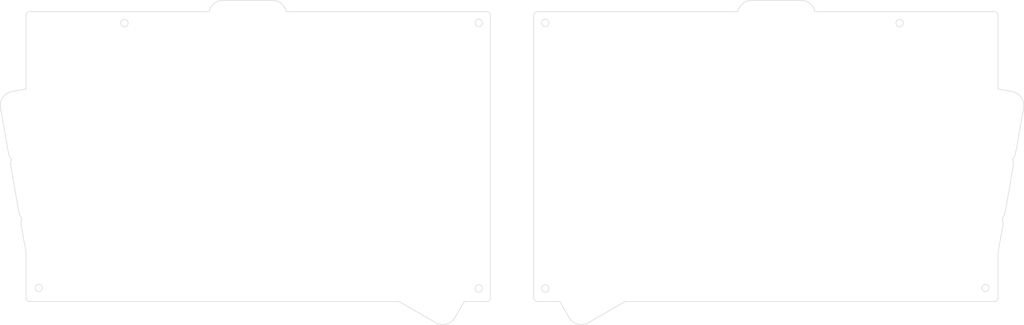
<source format=kicad_pcb>

            
(kicad_pcb (version 20171130) (host pcbnew 5.1.6)

  (page A3)
  (title_block
    (title bottom_plate)
    (rev 0.1)
    (company stronglytyped)
  )

  (general
    (thickness 1.6)
  )

  (layers
    (0 F.Cu signal)
    (31 B.Cu signal)
    (32 B.Adhes user)
    (33 F.Adhes user)
    (34 B.Paste user)
    (35 F.Paste user)
    (36 B.SilkS user)
    (37 F.SilkS user)
    (38 B.Mask user)
    (39 F.Mask user)
    (40 Dwgs.User user)
    (41 Cmts.User user)
    (42 Eco1.User user)
    (43 Eco2.User user)
    (44 Edge.Cuts user)
    (45 Margin user)
    (46 B.CrtYd user)
    (47 F.CrtYd user)
    (48 B.Fab user)
    (49 F.Fab user)
  )

  (setup
    (last_trace_width 0.25)
    (trace_clearance 0.2)
    (zone_clearance 0.508)
    (zone_45_only no)
    (trace_min 0.2)
    (via_size 0.8)
    (via_drill 0.4)
    (via_min_size 0.4)
    (via_min_drill 0.3)
    (uvia_size 0.3)
    (uvia_drill 0.1)
    (uvias_allowed no)
    (uvia_min_size 0.2)
    (uvia_min_drill 0.1)
    (edge_width 0.05)
    (segment_width 0.2)
    (pcb_text_width 0.3)
    (pcb_text_size 1.5 1.5)
    (mod_edge_width 0.12)
    (mod_text_size 1 1)
    (mod_text_width 0.15)
    (pad_size 1.524 1.524)
    (pad_drill 0.762)
    (pad_to_mask_clearance 0.05)
    (aux_axis_origin 0 0)
    (visible_elements FFFFFF7F)
    (pcbplotparams
      (layerselection 0x010fc_ffffffff)
      (usegerberextensions false)
      (usegerberattributes true)
      (usegerberadvancedattributes true)
      (creategerberjobfile true)
      (excludeedgelayer true)
      (linewidth 0.100000)
      (plotframeref false)
      (viasonmask false)
      (mode 1)
      (useauxorigin false)
      (hpglpennumber 1)
      (hpglpenspeed 20)
      (hpglpendiameter 15.000000)
      (psnegative false)
      (psa4output false)
      (plotreference true)
      (plotvalue true)
      (plotinvisibletext false)
      (padsonsilk false)
      (subtractmaskfromsilk false)
      (outputformat 1)
      (mirror false)
      (drillshape 1)
      (scaleselection 1)
      (outputdirectory ""))
  )

            (net 0 "")
            
  (net_class Default "This is the default net class."
    (clearance 0.2)
    (trace_width 0.25)
    (via_dia 0.8)
    (via_drill 0.4)
    (uvia_dia 0.3)
    (uvia_drill 0.1)
    (add_net "")
  )

            
            (gr_arc (start -8.0223674 -5.1857132) (end -11.781137900000001 -6.5537938) (angle -30.000000276768162) (layer Edge.Cuts) (width 0.15))
(gr_line (start -11.9615984 -4.4911204) (end -10.601676099999999 3.2213821954094755) (angle 90) (layer Edge.Cuts) (width 0.15))
(gr_arc (start -10.9743864 -21.927445) (end -14.733156900000001 -23.295525599999998) (angle -30.000000276768105) (layer Edge.Cuts) (width 0.15))
(gr_line (start -14.9136174 -21.2328522) (end -12.6561911 -8.4303515) (angle 90) (layer Edge.Cuts) (width 0.15))
(gr_arc (start -8.7169601 -9.1249442) (end -12.6561911 -8.4303515) (angle -29.999999321425776) (layer Edge.Cuts) (width 0.15))
(gr_line (start -10.601676099999999 -43.31712271861439) (end -14.6209981 -42.6084078) (angle 90) (layer Edge.Cuts) (width 0.15))
(gr_arc (start -13.9264054 -38.6691768) (end -14.6209981 -42.6084078) (angle -90) (layer Edge.Cuts) (width 0.15))
(gr_line (start -17.8656364 -37.974584) (end -15.608210099999999 -25.1720833) (angle 90) (layer Edge.Cuts) (width 0.15))
(gr_arc (start -11.6689791 -25.866676) (end -15.608210099999999 -25.172083299999997) (angle -29.999999321425776) (layer Edge.Cuts) (width 0.15))
(gr_arc (start 59.3983239 -64.6129635) (end 63.327382300000004 -65.3629636) (angle -79.19307568759791) (layer Edge.Cuts) (width 0.15))
(gr_line (start 59.3983239 -68.6129635) (end 45.3983239 -68.6129635) (angle 90) (layer Edge.Cuts) (width 0.15))
(gr_arc (start 45.3983239 -64.6129635) (end 45.3983239 -68.6129635) (angle -79.19307568759791) (layer Edge.Cuts) (width 0.15))
(gr_line (start 95.38089060628026 17.1370364) (end 105.86439809999999 23.189692299999997) (angle 90) (layer Edge.Cuts) (width 0.15))
(gr_arc (start 107.86439809999999 19.725590699999998) (end 105.86439809999999 23.189692299999997) (angle -90) (layer Edge.Cuts) (width 0.15))
(gr_line (start 111.32849969999998 21.725590699999998) (end 113.97770277187293 17.1370364) (angle 90) (layer Edge.Cuts) (width 0.15))
(gr_line (start 265.70611669999994 3.22138219540966) (end 267.066039 -4.4911204) (angle 90) (layer Edge.Cuts) (width 0.15))
(gr_arc (start 263.126808 -5.1857132) (end 267.066039 -4.4911205) (angle -30.000000276768105) (layer Edge.Cuts) (width 0.15))
(gr_arc (start 263.82140069999997 -9.1249442) (end 266.88557849999995 -6.553793799999999) (angle -29.99999932142589) (layer Edge.Cuts) (width 0.15))
(gr_line (start 267.7606317 -8.4303515) (end 270.018058 -21.2328522) (angle 90) (layer Edge.Cuts) (width 0.15))
(gr_arc (start 266.078827 -21.927445) (end 270.018058 -21.232852299999998) (angle -30.00000027676799) (layer Edge.Cuts) (width 0.15))
(gr_arc (start 266.7734197 -25.866676) (end 269.83759749999996 -23.295525599999998) (angle -29.99999932142589) (layer Edge.Cuts) (width 0.15))
(gr_line (start 270.7126507 -25.1720833) (end 272.970077 -37.974584) (angle 90) (layer Edge.Cuts) (width 0.15))
(gr_arc (start 269.030846 -38.6691768) (end 272.970077 -37.9745841) (angle -90) (layer Edge.Cuts) (width 0.15))
(gr_line (start 269.7254387 -42.6084078) (end 265.70611669999994 -43.3171227186144) (angle 90) (layer Edge.Cuts) (width 0.15))
(gr_arc (start 209.70611669999997 -64.6129635) (end 213.63517509999997 -65.3629636) (angle -79.19307568759791) (layer Edge.Cuts) (width 0.15))
(gr_line (start 209.70611669999997 -68.6129635) (end 195.70611669999997 -68.6129635) (angle 90) (layer Edge.Cuts) (width 0.15))
(gr_arc (start 195.70611669999997 -64.6129635) (end 195.70611669999997 -68.6129635) (angle -79.19307568759791) (layer Edge.Cuts) (width 0.15))
(gr_line (start 149.2400425 23.189692299999997) (end 159.7235499937197 17.1370364) (angle 90) (layer Edge.Cuts) (width 0.15))
(gr_line (start 141.12673782812703 17.1370364) (end 143.7759409 21.725590699999998) (angle 90) (layer Edge.Cuts) (width 0.15))
(gr_arc (start 147.2400425 19.725590699999998) (end 143.7759409 21.725590699999998) (angle -90) (layer Edge.Cuts) (width 0.15))
(gr_line (start -9.601676099999999 17.1370364) (end 95.38089060628026 17.1370364) (angle 90) (layer Edge.Cuts) (width 0.15))
(gr_line (start 113.97770277187293 17.1370364) (end 120.39832390000001 17.1370364) (angle 90) (layer Edge.Cuts) (width 0.15))
(gr_arc (start 120.39832390000001 16.1370364) (end 120.39832390000001 17.1370364) (angle -90) (layer Edge.Cuts) (width 0.15))
(gr_line (start 121.39832390000001 16.1370364) (end 121.39832390000001 -64.3629636) (angle 90) (layer Edge.Cuts) (width 0.15))
(gr_arc (start 120.39832390000001 -64.3629636) (end 121.39832390000001 -64.3629636) (angle -90) (layer Edge.Cuts) (width 0.15))
(gr_line (start 120.39832390000001 -65.3629636) (end 63.327382300000004 -65.3629636) (angle 90) (layer Edge.Cuts) (width 0.15))
(gr_line (start 41.4692655 -65.3629636) (end -9.601676099999999 -65.3629636) (angle 90) (layer Edge.Cuts) (width 0.15))
(gr_arc (start -9.601676099999999 -64.3629636) (end -9.601676099999999 -65.3629636) (angle -90) (layer Edge.Cuts) (width 0.15))
(gr_line (start -10.601676099999999 -64.3629636) (end -10.601676099999999 -43.31712271861439) (angle 90) (layer Edge.Cuts) (width 0.15))
(gr_line (start -10.601676099999999 3.2213821954094755) (end -10.601676099999999 16.1370364) (angle 90) (layer Edge.Cuts) (width 0.15))
(gr_arc (start -9.601676099999999 16.1370364) (end -10.601676099999999 16.1370364) (angle -90) (layer Edge.Cuts) (width 0.15))
(gr_line (start 134.70611669999997 17.1370364) (end 141.12673782812703 17.1370364) (angle 90) (layer Edge.Cuts) (width 0.15))
(gr_line (start 159.7235499937197 17.1370364) (end 264.70611669999994 17.1370364) (angle 90) (layer Edge.Cuts) (width 0.15))
(gr_arc (start 264.70611669999994 16.1370364) (end 264.70611669999994 17.1370364) (angle -90) (layer Edge.Cuts) (width 0.15))
(gr_line (start 265.70611669999994 16.1370364) (end 265.70611669999994 3.22138219540966) (angle 90) (layer Edge.Cuts) (width 0.15))
(gr_line (start 265.70611669999994 -43.3171227186144) (end 265.70611669999994 -64.3629636) (angle 90) (layer Edge.Cuts) (width 0.15))
(gr_arc (start 264.70611669999994 -64.3629636) (end 265.70611669999994 -64.3629636) (angle -90) (layer Edge.Cuts) (width 0.15))
(gr_line (start 264.70611669999994 -65.3629636) (end 213.63517509999997 -65.3629636) (angle 90) (layer Edge.Cuts) (width 0.15))
(gr_line (start 191.77705829999996 -65.3629636) (end 134.70611669999997 -65.3629636) (angle 90) (layer Edge.Cuts) (width 0.15))
(gr_arc (start 134.70611669999997 -64.3629636) (end 134.70611669999997 -65.3629636) (angle -90) (layer Edge.Cuts) (width 0.15))
(gr_line (start 133.70611669999997 -64.3629636) (end 133.70611669999997 16.1370364) (angle 90) (layer Edge.Cuts) (width 0.15))
(gr_arc (start 134.70611669999997 16.1370364) (end 133.70611669999997 16.1370364) (angle -90) (layer Edge.Cuts) (width 0.15))
(gr_circle (center 17.3802312 -62.101506900000004) (end 18.4302312 -62.101506900000004) (layer Edge.Cuts) (width 0.15))
(gr_circle (center -7.001676099999997 13.287036399999998) (end -5.951676099999998 13.287036399999998) (layer Edge.Cuts) (width 0.15))
(gr_circle (center 118.098324 -62.192963500000005) (end 119.148324 -62.192963500000005) (layer Edge.Cuts) (width 0.15))
(gr_circle (center 118.098324 13.457036500000001) (end 119.148324 13.457036500000001) (layer Edge.Cuts) (width 0.15))
(gr_circle (center 237.72420939999998 -62.101506900000004) (end 238.7742094 -62.101506900000004) (layer Edge.Cuts) (width 0.15))
(gr_circle (center 262.1061167 13.287036399999998) (end 263.1561167 13.287036399999998) (layer Edge.Cuts) (width 0.15))
(gr_circle (center 137.00611659999998 -62.192963500000005) (end 138.0561166 -62.192963500000005) (layer Edge.Cuts) (width 0.15))
(gr_circle (center 137.00611659999998 13.457036500000001) (end 138.0561166 13.457036500000001) (layer Edge.Cuts) (width 0.15))
            
)

        
</source>
